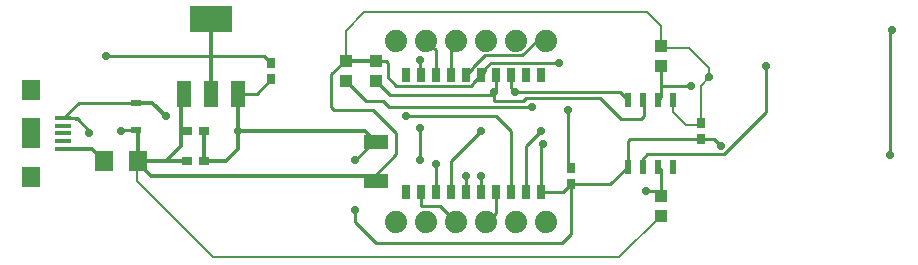
<source format=gbl>
G75*
%MOIN*%
%OFA0B0*%
%FSLAX25Y25*%
%IPPOS*%
%LPD*%
%AMOC8*
5,1,8,0,0,1.08239X$1,22.5*
%
%ADD10R,0.03937X0.04331*%
%ADD11R,0.02362X0.04724*%
%ADD12R,0.03150X0.03346*%
%ADD13R,0.03346X0.03150*%
%ADD14R,0.08000X0.05000*%
%ADD15R,0.02756X0.04724*%
%ADD16C,0.07400*%
%ADD17R,0.05709X0.01575*%
%ADD18R,0.05906X0.07087*%
%ADD19R,0.05906X0.09843*%
%ADD20R,0.06299X0.07098*%
%ADD21R,0.03268X0.02480*%
%ADD22R,0.05000X0.09000*%
%ADD23R,0.14000X0.08500*%
%ADD24C,0.01000*%
%ADD25C,0.01200*%
%ADD26C,0.02800*%
%ADD27C,0.00600*%
%ADD28C,0.00800*%
D10*
X0126346Y0067654D03*
X0136346Y0067654D03*
X0136346Y0074346D03*
X0126346Y0074346D03*
X0231346Y0072654D03*
X0231346Y0079346D03*
X0231346Y0029346D03*
X0231346Y0022654D03*
D11*
X0230382Y0039189D03*
X0235382Y0039189D03*
X0225382Y0039189D03*
X0220382Y0039189D03*
X0220382Y0061236D03*
X0225382Y0061236D03*
X0230382Y0061236D03*
X0235382Y0061236D03*
D12*
X0244614Y0053756D03*
X0244614Y0048244D03*
X0201346Y0038756D03*
X0201346Y0033244D03*
X0101346Y0068244D03*
X0101346Y0073756D03*
D13*
X0079102Y0051000D03*
X0073591Y0051000D03*
X0073591Y0041000D03*
X0079102Y0041000D03*
D14*
X0136346Y0034500D03*
X0136346Y0047500D03*
D15*
X0146327Y0030823D03*
X0151327Y0030823D03*
X0156327Y0030823D03*
X0161327Y0030823D03*
X0166327Y0030823D03*
X0171327Y0030823D03*
X0176327Y0030823D03*
X0181327Y0030823D03*
X0186327Y0030823D03*
X0191327Y0030823D03*
X0191327Y0069602D03*
X0186327Y0069602D03*
X0181327Y0069602D03*
X0176327Y0069602D03*
X0171327Y0069602D03*
X0166327Y0069602D03*
X0161327Y0069602D03*
X0156327Y0069602D03*
X0151327Y0069602D03*
X0146327Y0069602D03*
D16*
X0143236Y0081000D03*
X0153236Y0081000D03*
X0163236Y0081000D03*
X0173236Y0081000D03*
X0183236Y0081000D03*
X0193236Y0081000D03*
X0193236Y0020685D03*
X0183236Y0020685D03*
X0173236Y0020685D03*
X0163236Y0020685D03*
X0153236Y0020685D03*
X0143236Y0020685D03*
D17*
X0032075Y0045094D03*
X0032075Y0047654D03*
X0032075Y0050213D03*
X0032075Y0052772D03*
X0032075Y0055331D03*
D18*
X0021346Y0064720D03*
X0021346Y0035705D03*
D19*
X0021346Y0050213D03*
D20*
X0045748Y0041000D03*
X0056945Y0041000D03*
D21*
X0056346Y0051472D03*
X0056346Y0060528D03*
D22*
X0072346Y0063500D03*
X0081346Y0063500D03*
X0090346Y0063500D03*
D23*
X0081346Y0088500D03*
D24*
X0081346Y0076000D02*
X0046346Y0076000D01*
X0081346Y0076000D02*
X0099102Y0076000D01*
X0101346Y0073756D01*
X0101346Y0068244D02*
X0096602Y0063500D01*
X0090346Y0063500D01*
X0121583Y0059071D02*
X0122567Y0058087D01*
X0135362Y0058087D01*
X0143236Y0050213D01*
X0143236Y0043323D01*
X0136346Y0036433D01*
X0136346Y0034500D01*
X0151327Y0030823D02*
X0151327Y0026020D01*
X0151346Y0026000D01*
X0157921Y0026000D01*
X0163236Y0020685D01*
X0173236Y0020685D02*
X0176327Y0023776D01*
X0176327Y0030823D01*
X0171346Y0030843D02*
X0171327Y0030823D01*
X0171346Y0030843D02*
X0171346Y0036000D01*
X0166346Y0036000D02*
X0166346Y0030843D01*
X0166327Y0030823D01*
X0161327Y0030823D02*
X0161327Y0040980D01*
X0171346Y0051000D01*
X0176346Y0056000D02*
X0181327Y0051020D01*
X0181327Y0030823D01*
X0186327Y0030823D02*
X0186346Y0030843D01*
X0186346Y0046000D01*
X0191346Y0051000D01*
X0191962Y0046807D02*
X0191465Y0045336D01*
X0191465Y0046276D01*
X0191327Y0045154D01*
X0191327Y0030823D01*
X0198925Y0030823D01*
X0201346Y0033244D01*
X0201307Y0033205D01*
X0201307Y0016748D01*
X0198354Y0013795D01*
X0136346Y0013795D01*
X0129457Y0020685D01*
X0129457Y0024622D01*
X0156327Y0030823D02*
X0156346Y0030843D01*
X0156346Y0040016D01*
X0151110Y0041354D02*
X0151110Y0052181D01*
X0146346Y0056000D02*
X0146268Y0056079D01*
X0146346Y0056000D02*
X0176346Y0056000D01*
X0188512Y0059071D02*
X0140815Y0059071D01*
X0138846Y0061039D01*
X0132961Y0061039D01*
X0126346Y0067654D01*
X0121583Y0069898D02*
X0121583Y0059071D01*
X0136346Y0067654D02*
X0140992Y0063008D01*
X0175717Y0063008D01*
X0175717Y0063992D01*
X0176327Y0064602D01*
X0176327Y0069602D01*
X0172764Y0071039D02*
X0171327Y0069602D01*
X0168805Y0067080D01*
X0168805Y0066785D01*
X0168160Y0066140D01*
X0146369Y0066140D01*
X0143057Y0066140D01*
X0140283Y0068913D01*
X0140283Y0073835D01*
X0139772Y0074346D01*
X0136346Y0074346D01*
X0126346Y0074346D02*
X0126031Y0074346D01*
X0121583Y0069898D01*
X0146189Y0065961D02*
X0146369Y0066140D01*
X0151110Y0069819D02*
X0151327Y0069602D01*
X0151110Y0069819D02*
X0151110Y0074819D01*
X0156327Y0077909D02*
X0153236Y0081000D01*
X0156327Y0077909D02*
X0156327Y0069602D01*
X0161327Y0069602D02*
X0161327Y0079091D01*
X0163236Y0081000D01*
X0168849Y0072420D02*
X0172629Y0076200D01*
X0185224Y0076200D01*
X0190024Y0081000D01*
X0193236Y0081000D01*
X0197370Y0073835D02*
X0174732Y0073835D01*
X0172764Y0071866D01*
X0172764Y0071039D01*
X0168849Y0072124D02*
X0168849Y0072420D01*
X0168849Y0072124D02*
X0166327Y0069602D01*
X0181327Y0069602D02*
X0181327Y0065272D01*
X0182606Y0063992D01*
X0217626Y0063992D01*
X0220382Y0061236D01*
X0225382Y0061236D02*
X0225913Y0060705D01*
X0225913Y0056118D01*
X0224929Y0055134D01*
X0218039Y0055134D01*
X0211150Y0062024D01*
X0186543Y0062024D01*
X0185559Y0061039D01*
X0175717Y0061039D01*
X0175717Y0063008D01*
X0200323Y0058087D02*
X0200323Y0039780D01*
X0201346Y0038756D01*
X0201346Y0033244D02*
X0214437Y0033244D01*
X0220382Y0039189D01*
X0220382Y0047634D01*
X0220992Y0048244D01*
X0244614Y0048244D01*
X0249102Y0048244D01*
X0251346Y0046000D01*
X0252382Y0043500D02*
X0247744Y0043500D01*
X0247567Y0043323D01*
X0226898Y0043323D01*
X0225382Y0041807D01*
X0225382Y0039189D01*
X0230382Y0039189D02*
X0231346Y0038224D01*
X0231346Y0031000D01*
X0226346Y0031000D01*
X0231346Y0031000D02*
X0231346Y0029346D01*
X0252382Y0043500D02*
X0266268Y0057386D01*
X0266268Y0072850D01*
X0241346Y0066000D02*
X0231346Y0066000D01*
X0231346Y0072654D01*
X0231346Y0066000D02*
X0231346Y0062201D01*
X0230382Y0061236D01*
X0307606Y0042929D02*
X0307606Y0083677D01*
X0308591Y0084661D01*
X0136346Y0047500D02*
X0135602Y0047500D01*
X0129457Y0041354D01*
X0056346Y0051472D02*
X0051819Y0051472D01*
X0051346Y0051000D01*
X0040874Y0051197D02*
X0036937Y0055134D01*
X0036740Y0055331D01*
X0032075Y0055331D01*
X0037272Y0060528D01*
X0056346Y0060528D01*
X0036937Y0055134D02*
X0036179Y0055134D01*
X0040874Y0051197D02*
X0040874Y0050213D01*
D25*
X0056346Y0051472D02*
X0056945Y0050874D01*
X0056945Y0041000D01*
X0056945Y0040402D01*
X0061346Y0036000D01*
X0134846Y0036000D01*
X0136346Y0034500D01*
X0136346Y0047500D02*
X0132846Y0051000D01*
X0090346Y0051000D01*
X0090346Y0045000D01*
X0086346Y0041000D01*
X0079102Y0041000D01*
X0079102Y0051000D01*
X0073591Y0051000D02*
X0071346Y0051000D01*
X0071346Y0046000D01*
X0066346Y0041000D01*
X0073591Y0041000D01*
X0066346Y0041000D02*
X0056945Y0041000D01*
X0045748Y0041000D02*
X0041654Y0045094D01*
X0032075Y0045094D01*
X0061819Y0060528D02*
X0066346Y0056000D01*
X0061819Y0060528D02*
X0056346Y0060528D01*
X0071346Y0062500D02*
X0071346Y0051000D01*
X0090346Y0051000D02*
X0090346Y0063500D01*
X0081346Y0063500D02*
X0081346Y0076000D01*
X0081346Y0086000D01*
X0126346Y0074346D02*
X0136346Y0074346D01*
X0072346Y0063500D02*
X0071346Y0062500D01*
D26*
X0066346Y0056000D03*
X0051346Y0051000D03*
X0040874Y0050213D03*
X0090346Y0051000D03*
X0129457Y0041354D03*
X0151110Y0041354D03*
X0156346Y0040016D03*
X0166346Y0036000D03*
X0171346Y0036000D03*
X0191962Y0046807D03*
X0191346Y0051000D03*
X0171346Y0051000D03*
X0151110Y0052181D03*
X0146268Y0056079D03*
X0175717Y0063992D03*
X0182606Y0063992D03*
X0188512Y0059071D03*
X0200323Y0058087D03*
X0241346Y0066000D03*
X0247567Y0068913D03*
X0266268Y0072850D03*
X0308591Y0084661D03*
X0197370Y0073835D03*
X0151110Y0074819D03*
X0251346Y0046000D03*
X0226346Y0031000D03*
X0307606Y0042929D03*
X0129457Y0024622D03*
X0046346Y0076000D03*
D27*
X0231346Y0079346D02*
X0231346Y0079740D01*
X0231346Y0085646D01*
X0231346Y0086118D01*
D28*
X0082213Y0008874D02*
X0056622Y0034465D01*
X0056622Y0040079D01*
X0056945Y0040402D01*
X0082213Y0008874D02*
X0217567Y0008874D01*
X0231346Y0022654D01*
X0239693Y0053165D02*
X0244024Y0053165D01*
X0244614Y0053756D01*
X0244614Y0065961D01*
X0247567Y0068913D01*
X0247567Y0071866D01*
X0240677Y0078756D01*
X0232331Y0078756D01*
X0231346Y0079740D01*
X0231346Y0079346D02*
X0231346Y0085646D01*
X0231346Y0086118D01*
X0226898Y0090567D01*
X0132409Y0090567D01*
X0126346Y0084504D01*
X0126346Y0074346D01*
X0235382Y0061236D02*
X0235382Y0057476D01*
X0239693Y0053165D01*
M02*

</source>
